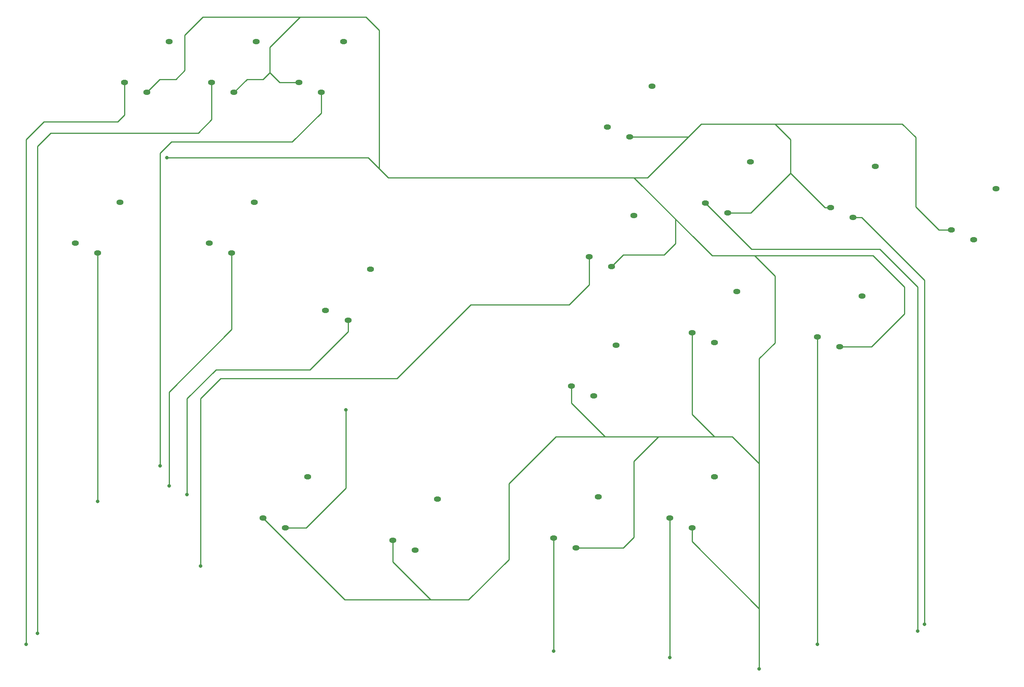
<source format=gbr>
%TF.GenerationSoftware,KiCad,Pcbnew,8.0.4*%
%TF.CreationDate,2024-08-25T10:48:18+09:00*%
%TF.ProjectId,StickLess,53746963-6b4c-4657-9373-2e6b69636164,rev?*%
%TF.SameCoordinates,Original*%
%TF.FileFunction,Copper,L2,Bot*%
%TF.FilePolarity,Positive*%
%FSLAX46Y46*%
G04 Gerber Fmt 4.6, Leading zero omitted, Abs format (unit mm)*
G04 Created by KiCad (PCBNEW 8.0.4) date 2024-08-25 10:48:18*
%MOMM*%
%LPD*%
G01*
G04 APERTURE LIST*
%TA.AperFunction,ComponentPad*%
%ADD10O,1.600000X1.200000*%
%TD*%
%TA.AperFunction,ViaPad*%
%ADD11C,0.800000*%
%TD*%
%TA.AperFunction,Conductor*%
%ADD12C,0.250000*%
%TD*%
G04 APERTURE END LIST*
D10*
%TO.P,B1(A)1,1,1*%
%TO.N,Net-(RZ1-GND)*%
X150500000Y-89200000D03*
%TO.P,B1(A)1,2,2*%
%TO.N,Net-(RZ1-GP6)*%
X155500000Y-91400000D03*
%TO.P,B1(A)1,MP*%
%TO.N,N/C*%
X160500000Y-80000000D03*
%TD*%
%TO.P,LEFT1,1,1*%
%TO.N,Net-(RZ1-GND)*%
X39500000Y-57200000D03*
%TO.P,LEFT1,2,2*%
%TO.N,Net-(RZ1-GP5)*%
X44500000Y-59400000D03*
%TO.P,LEFT1,MP*%
%TO.N,N/C*%
X49500000Y-48000000D03*
%TD*%
%TO.P,RIGHT1,1,1*%
%TO.N,Net-(RZ1-GND)*%
X95500000Y-72200000D03*
%TO.P,RIGHT1,2,2*%
%TO.N,Net-(RZ1-GP4)*%
X100500000Y-74400000D03*
%TO.P,RIGHT1,MP*%
%TO.N,N/C*%
X105500000Y-63000000D03*
%TD*%
%TO.P,L1(L)1,1,1*%
%TO.N,Net-(RZ1-GP13)*%
X205500000Y-78200000D03*
%TO.P,L1(L)1,2,2*%
%TO.N,Net-(RZ1-GND)*%
X210500000Y-80400000D03*
%TO.P,L1(L)1,MP*%
%TO.N,N/C*%
X215500000Y-69000000D03*
%TD*%
%TO.P,B2(B)1,1,1*%
%TO.N,Net-(RZ1-GND)*%
X177500000Y-77200000D03*
%TO.P,B2(B)1,2,2*%
%TO.N,Net-(RZ1-GP7)*%
X182500000Y-79400000D03*
%TO.P,B2(B)1,MP*%
%TO.N,N/C*%
X187500000Y-68000000D03*
%TD*%
%TO.P,S2(START)1,1,1*%
%TO.N,Net-(RZ1-GND)*%
X89500000Y-21200000D03*
%TO.P,S2(START)1,2,2*%
%TO.N,Net-(RZ1-GP1)*%
X94500000Y-23400000D03*
%TO.P,S2(START)1,MP*%
%TO.N,N/C*%
X99500000Y-12000000D03*
%TD*%
%TO.P,L2(LB)1,1,1*%
%TO.N,Net-(RZ1-GND)*%
X208510000Y-49200000D03*
%TO.P,L2(LB)1,2,2*%
%TO.N,Net-(RZ1-GP9)*%
X213510000Y-51400000D03*
%TO.P,L2(LB)1,MP*%
%TO.N,N/C*%
X218510000Y-40000000D03*
%TD*%
%TO.P,DOWN1,1,1*%
%TO.N,Net-(RZ1-GND)*%
X69500000Y-57200000D03*
%TO.P,DOWN1,2,2*%
%TO.N,Net-(RZ1-GP3)*%
X74500000Y-59400000D03*
%TO.P,DOWN1,MP*%
%TO.N,N/C*%
X79500000Y-48000000D03*
%TD*%
%TO.P,S1(BACK)1,1,1*%
%TO.N,Net-(RZ1-GND)*%
X81500000Y-118700000D03*
%TO.P,S1(BACK)1,2,2*%
%TO.N,Net-(RZ1-GP0)*%
X86500000Y-120900000D03*
%TO.P,S1(BACK)1,MP*%
%TO.N,N/C*%
X91500000Y-109500000D03*
%TD*%
%TO.P,A2(CAPTURE)1,1,1*%
%TO.N,Net-(RZ1-GP15)*%
X50500000Y-21200000D03*
%TO.P,A2(CAPTURE)1,2,2*%
%TO.N,Net-(RZ1-GND)*%
X55500000Y-23400000D03*
%TO.P,A2(CAPTURE)1,MP*%
%TO.N,N/C*%
X60500000Y-12000000D03*
%TD*%
%TO.P,B4(Y)1,1,1*%
%TO.N,Net-(RZ1-GP11)*%
X180500000Y-48200000D03*
%TO.P,B4(Y)1,2,2*%
%TO.N,Net-(RZ1-GND)*%
X185500000Y-50400000D03*
%TO.P,B4(Y)1,MP*%
%TO.N,N/C*%
X190500000Y-39000000D03*
%TD*%
%TO.P,UP1,1,1*%
%TO.N,Net-(RZ1-GND)*%
X110500000Y-123700000D03*
%TO.P,UP1,2,2*%
%TO.N,Net-(RZ1-GP2)*%
X115500000Y-125900000D03*
%TO.P,UP1,MP*%
%TO.N,N/C*%
X120500000Y-114500000D03*
%TD*%
%TO.P,R3(RS)1,1,1*%
%TO.N,Net-(RZ1-GP27)*%
X172500000Y-118700000D03*
%TO.P,R3(RS)1,2,2*%
%TO.N,Net-(RZ1-GND)*%
X177500000Y-120900000D03*
%TO.P,R3(RS)1,MP*%
%TO.N,N/C*%
X182500000Y-109500000D03*
%TD*%
%TO.P,R1(R)1,1,1*%
%TO.N,Net-(RZ1-GP12)*%
X158500000Y-31200000D03*
%TO.P,R1(R)1,2,2*%
%TO.N,Net-(RZ1-GND)*%
X163500000Y-33400000D03*
%TO.P,R1(R)1,MP*%
%TO.N,N/C*%
X168500000Y-22000000D03*
%TD*%
%TO.P,A1(GUIDE)1,1,1*%
%TO.N,Net-(RZ1-GP14)*%
X70000000Y-21200000D03*
%TO.P,A1(GUIDE)1,2,2*%
%TO.N,Net-(RZ1-GND)*%
X75000000Y-23400000D03*
%TO.P,A1(GUIDE)1,MP*%
%TO.N,N/C*%
X80000000Y-12000000D03*
%TD*%
%TO.P,L3(LS)1,1,1*%
%TO.N,Net-(RZ1-GP26)*%
X146500000Y-123200000D03*
%TO.P,L3(LS)1,2,2*%
%TO.N,Net-(RZ1-GND)*%
X151500000Y-125400000D03*
%TO.P,L3(LS)1,MP*%
%TO.N,N/C*%
X156500000Y-114000000D03*
%TD*%
%TO.P,R2(RB)1,1,1*%
%TO.N,Net-(RZ1-GND)*%
X235500000Y-54200000D03*
%TO.P,R2(RB)1,2,2*%
%TO.N,Net-(RZ1-GP8)*%
X240500000Y-56400000D03*
%TO.P,R2(RB)1,MP*%
%TO.N,N/C*%
X245500000Y-45000000D03*
%TD*%
%TO.P,B3(X)1,1,1*%
%TO.N,Net-(RZ1-GP10)*%
X154500000Y-60200000D03*
%TO.P,B3(X)1,2,2*%
%TO.N,Net-(RZ1-GND)*%
X159500000Y-62400000D03*
%TO.P,B3(X)1,MP*%
%TO.N,N/C*%
X164500000Y-51000000D03*
%TD*%
D11*
%TO.N,Net-(RZ1-GP14)*%
X31000000Y-144500000D03*
%TO.N,Net-(RZ1-GND)*%
X192500000Y-152500000D03*
X60000000Y-38000000D03*
%TO.N,Net-(RZ1-GP15)*%
X28500000Y-147000000D03*
%TO.N,Net-(RZ1-GP10)*%
X67500000Y-129500000D03*
%TO.N,Net-(RZ1-GP11)*%
X228000000Y-144000000D03*
%TO.N,Net-(RZ1-GP3)*%
X60500000Y-111500000D03*
%TO.N,Net-(RZ1-GP13)*%
X205500000Y-147000000D03*
%TO.N,Net-(RZ1-GP9)*%
X229500000Y-142500000D03*
%TO.N,Net-(RZ1-GP26)*%
X146500000Y-148500000D03*
%TO.N,Net-(RZ1-GP5)*%
X44500000Y-115000000D03*
%TO.N,Net-(RZ1-GP27)*%
X172500000Y-150000000D03*
%TO.N,Net-(RZ1-GP4)*%
X64500000Y-113500000D03*
%TO.N,Net-(RZ1-GP0)*%
X100000000Y-94500000D03*
%TO.N,Net-(RZ1-GP1)*%
X58500000Y-107000000D03*
%TD*%
D12*
%TO.N,Net-(RZ1-GP14)*%
X34000000Y-32500000D02*
X67000000Y-32500000D01*
X70000000Y-29500000D02*
X70000000Y-21200000D01*
X31000000Y-144500000D02*
X31000000Y-35500000D01*
X31000000Y-35500000D02*
X34000000Y-32500000D01*
X67000000Y-32500000D02*
X70000000Y-29500000D01*
%TO.N,Net-(RZ1-GND)*%
X227500000Y-49000000D02*
X232700000Y-54200000D01*
X170000000Y-100500000D02*
X164500000Y-106000000D01*
X81500000Y-118700000D02*
X99800000Y-137000000D01*
X68065000Y-6500000D02*
X64000000Y-10565000D01*
X199500000Y-41500000D02*
X207200000Y-49200000D01*
X99800000Y-137000000D02*
X127500000Y-137000000D01*
X196000000Y-30500000D02*
X199500000Y-34000000D01*
X192500000Y-106500000D02*
X192500000Y-152500000D01*
X110500000Y-123700000D02*
X110500000Y-128500000D01*
X110500000Y-128500000D02*
X119000000Y-137000000D01*
X179250000Y-57250000D02*
X182000000Y-60000000D01*
X225000000Y-73000000D02*
X217600000Y-80400000D01*
X177500000Y-124000000D02*
X177500000Y-120900000D01*
X192500000Y-139000000D02*
X177500000Y-124000000D01*
X83000000Y-19000000D02*
X81500000Y-20500000D01*
X164500000Y-123000000D02*
X162100000Y-125400000D01*
X200000000Y-30500000D02*
X224500000Y-30500000D01*
X81500000Y-20500000D02*
X77900000Y-20500000D01*
X225000000Y-67000000D02*
X225000000Y-73000000D01*
X64000000Y-10565000D02*
X64000000Y-18500000D01*
X158000000Y-100500000D02*
X150500000Y-93000000D01*
X232700000Y-54200000D02*
X235500000Y-54200000D01*
X182500000Y-100500000D02*
X177500000Y-95500000D01*
X199500000Y-41500000D02*
X190600000Y-50400000D01*
X104500000Y-6500000D02*
X68065000Y-6500000D01*
X191500000Y-60000000D02*
X196000000Y-64500000D01*
X177500000Y-95500000D02*
X177500000Y-77200000D01*
X176500000Y-33400000D02*
X163500000Y-33400000D01*
X150500000Y-93000000D02*
X150500000Y-89200000D01*
X218000000Y-60000000D02*
X225000000Y-67000000D01*
X171200000Y-59800000D02*
X173750000Y-57250000D01*
X107500000Y-9500000D02*
X104500000Y-6500000D01*
X159500000Y-62400000D02*
X162100000Y-59800000D01*
X207200000Y-49200000D02*
X208510000Y-49200000D01*
X164500000Y-106000000D02*
X164500000Y-123000000D01*
X83000000Y-19000000D02*
X85200000Y-21200000D01*
X199500000Y-34000000D02*
X199500000Y-41500000D01*
X164500000Y-42500000D02*
X179250000Y-57250000D01*
X164000000Y-42500000D02*
X109500000Y-42500000D01*
X224500000Y-30500000D02*
X227500000Y-33500000D01*
X196000000Y-79500000D02*
X192500000Y-83000000D01*
X162100000Y-125400000D02*
X151500000Y-125400000D01*
X77900000Y-20500000D02*
X75000000Y-23400000D01*
X186500000Y-100500000D02*
X192500000Y-106500000D01*
X164000000Y-42500000D02*
X167500000Y-42500000D01*
X192500000Y-83000000D02*
X192500000Y-106500000D01*
X147000000Y-100500000D02*
X186500000Y-100500000D01*
X61975000Y-20525000D02*
X58375000Y-20525000D01*
X107500000Y-40500000D02*
X107500000Y-9500000D01*
X109500000Y-42500000D02*
X105000000Y-38000000D01*
X196000000Y-64500000D02*
X196000000Y-79500000D01*
X182000000Y-60000000D02*
X196500000Y-60000000D01*
X136500000Y-128000000D02*
X136500000Y-111000000D01*
X127500000Y-137000000D02*
X136500000Y-128000000D01*
X89767588Y-6500000D02*
X83000000Y-13267588D01*
X60000000Y-38000000D02*
X105000000Y-38000000D01*
X85200000Y-21200000D02*
X89500000Y-21200000D01*
X227500000Y-33500000D02*
X227500000Y-49000000D01*
X179500000Y-30500000D02*
X200000000Y-30500000D01*
X64000000Y-18500000D02*
X61975000Y-20525000D01*
X136500000Y-111000000D02*
X147000000Y-100500000D01*
X58375000Y-20525000D02*
X55500000Y-23400000D01*
X176550000Y-33450000D02*
X176500000Y-33400000D01*
X167500000Y-42500000D02*
X179500000Y-30500000D01*
X217600000Y-80400000D02*
X210500000Y-80400000D01*
X83000000Y-13267588D02*
X83000000Y-19000000D01*
X190600000Y-50400000D02*
X185500000Y-50400000D01*
X164000000Y-42500000D02*
X164500000Y-42500000D01*
X162100000Y-59800000D02*
X171200000Y-59800000D01*
X196500000Y-60000000D02*
X218000000Y-60000000D01*
X173750000Y-57250000D02*
X173750000Y-51750000D01*
%TO.N,Net-(RZ1-GP15)*%
X28500000Y-147000000D02*
X28500000Y-34000000D01*
X50500000Y-28500000D02*
X50500000Y-21200000D01*
X32500000Y-30000000D02*
X49000000Y-30000000D01*
X28500000Y-34000000D02*
X32500000Y-30000000D01*
X49000000Y-30000000D02*
X50500000Y-28500000D01*
%TO.N,Net-(RZ1-GP10)*%
X128000000Y-71000000D02*
X111500000Y-87500000D01*
X154500000Y-66500000D02*
X150000000Y-71000000D01*
X154500000Y-60200000D02*
X154500000Y-66500000D01*
X111500000Y-87500000D02*
X72000000Y-87500000D01*
X150000000Y-71000000D02*
X128000000Y-71000000D01*
X67500000Y-92000000D02*
X67500000Y-129500000D01*
X72000000Y-87500000D02*
X67500000Y-92000000D01*
%TO.N,Net-(RZ1-GP11)*%
X219500000Y-58500000D02*
X190800000Y-58500000D01*
X228000000Y-67000000D02*
X219500000Y-58500000D01*
X190800000Y-58500000D02*
X180500000Y-48200000D01*
X228000000Y-144000000D02*
X228000000Y-67000000D01*
%TO.N,Net-(RZ1-GP3)*%
X60500000Y-111500000D02*
X60500000Y-90500000D01*
X74500000Y-76500000D02*
X74500000Y-59400000D01*
X60500000Y-90500000D02*
X74500000Y-76500000D01*
%TO.N,Net-(RZ1-GP13)*%
X205500000Y-147000000D02*
X205500000Y-78200000D01*
%TO.N,Net-(RZ1-GP9)*%
X229500000Y-65500000D02*
X215400000Y-51400000D01*
X229500000Y-142500000D02*
X229500000Y-65500000D01*
X215400000Y-51400000D02*
X213510000Y-51400000D01*
%TO.N,Net-(RZ1-GP26)*%
X146500000Y-148500000D02*
X146500000Y-123200000D01*
%TO.N,Net-(RZ1-GP5)*%
X44500000Y-115000000D02*
X44500000Y-59400000D01*
%TO.N,Net-(RZ1-GP27)*%
X172500000Y-150000000D02*
X172500000Y-118700000D01*
%TO.N,Net-(RZ1-GP4)*%
X100450000Y-74500000D02*
X100500000Y-74550000D01*
X92000000Y-85500000D02*
X100500000Y-77000000D01*
X64500000Y-92000000D02*
X71000000Y-85500000D01*
X71000000Y-85500000D02*
X92000000Y-85500000D01*
X100500000Y-77000000D02*
X100500000Y-74400000D01*
X64500000Y-113500000D02*
X64500000Y-92000000D01*
%TO.N,Net-(RZ1-GP0)*%
X86500000Y-121050000D02*
X86550000Y-121050000D01*
X100000000Y-112000000D02*
X91100000Y-120900000D01*
X91100000Y-120900000D02*
X86500000Y-120900000D01*
X100000000Y-94500000D02*
X100000000Y-112000000D01*
%TO.N,Net-(RZ1-GP1)*%
X58500000Y-37000000D02*
X61000000Y-34500000D01*
X61000000Y-34500000D02*
X88000000Y-34500000D01*
X88000000Y-34500000D02*
X94500000Y-28000000D01*
X58500000Y-107000000D02*
X58500000Y-37000000D01*
X94500000Y-28000000D02*
X94500000Y-23400000D01*
%TD*%
M02*

</source>
